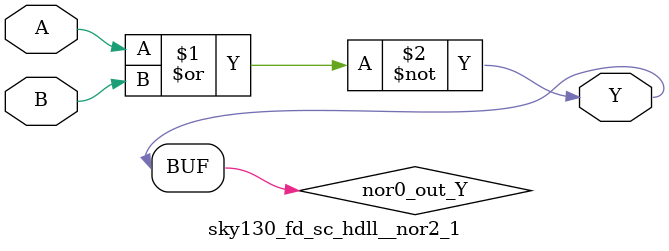
<source format=v>
/*
 * Copyright 2020 The SkyWater PDK Authors
 *
 * Licensed under the Apache License, Version 2.0 (the "License");
 * you may not use this file except in compliance with the License.
 * You may obtain a copy of the License at
 *
 *     https://www.apache.org/licenses/LICENSE-2.0
 *
 * Unless required by applicable law or agreed to in writing, software
 * distributed under the License is distributed on an "AS IS" BASIS,
 * WITHOUT WARRANTIES OR CONDITIONS OF ANY KIND, either express or implied.
 * See the License for the specific language governing permissions and
 * limitations under the License.
 *
 * SPDX-License-Identifier: Apache-2.0
*/


`ifndef SKY130_FD_SC_HDLL__NOR2_1_FUNCTIONAL_V
`define SKY130_FD_SC_HDLL__NOR2_1_FUNCTIONAL_V

/**
 * nor2: 2-input NOR.
 *
 * Verilog simulation functional model.
 */

`timescale 1ns / 1ps
`default_nettype none

`celldefine
module sky130_fd_sc_hdll__nor2_1 (
    Y,
    A,
    B
);

    // Module ports
    output Y;
    input  A;
    input  B;

    // Local signals
    wire nor0_out_Y;

    //  Name  Output      Other arguments
    nor nor0 (nor0_out_Y, A, B           );
    buf buf0 (Y         , nor0_out_Y     );

endmodule
`endcelldefine

`default_nettype wire
`endif  // SKY130_FD_SC_HDLL__NOR2_1_FUNCTIONAL_V

</source>
